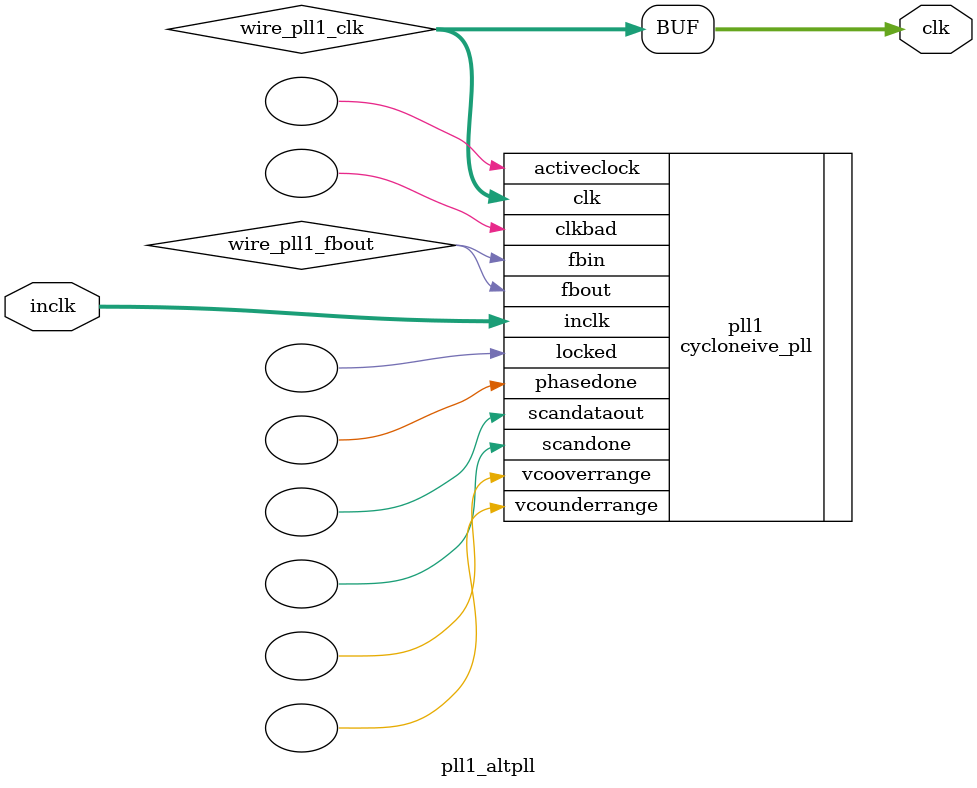
<source format=v>






//synthesis_resources = cycloneive_pll 1 
//synopsys translate_off
`timescale 1 ps / 1 ps
//synopsys translate_on
module  pll1_altpll
	( 
	clk,
	inclk) /* synthesis synthesis_clearbox=1 */;
	output   [4:0]  clk;
	input   [1:0]  inclk;
`ifndef ALTERA_RESERVED_QIS
// synopsys translate_off
`endif
	tri0   [1:0]  inclk;
`ifndef ALTERA_RESERVED_QIS
// synopsys translate_on
`endif

	wire  [4:0]   wire_pll1_clk;
	wire  wire_pll1_fbout;

	cycloneive_pll   pll1
	( 
	.activeclock(),
	.clk(wire_pll1_clk),
	.clkbad(),
	.fbin(wire_pll1_fbout),
	.fbout(wire_pll1_fbout),
	.inclk(inclk),
	.locked(),
	.phasedone(),
	.scandataout(),
	.scandone(),
	.vcooverrange(),
	.vcounderrange()
	`ifndef FORMAL_VERIFICATION
	// synopsys translate_off
	`endif
	,
	.areset(1'b0),
	.clkswitch(1'b0),
	.configupdate(1'b0),
	.pfdena(1'b1),
	.phasecounterselect({3{1'b0}}),
	.phasestep(1'b0),
	.phaseupdown(1'b0),
	.scanclk(1'b0),
	.scanclkena(1'b1),
	.scandata(1'b0)
	`ifndef FORMAL_VERIFICATION
	// synopsys translate_on
	`endif
	);
	defparam
		pll1.bandwidth_type = "auto",
		pll1.clk0_divide_by = 250,
		pll1.clk0_duty_cycle = 50,
		pll1.clk0_multiply_by = 1,
		pll1.clk0_phase_shift = "0",
		pll1.compensate_clock = "clk0",
		pll1.inclk0_input_frequency = 20000,
		pll1.operation_mode = "normal",
		pll1.pll_type = "auto",
		pll1.lpm_type = "cycloneive_pll";
	assign
		clk = {wire_pll1_clk[4:0]};
endmodule //pll1_altpll
//VALID FILE

</source>
